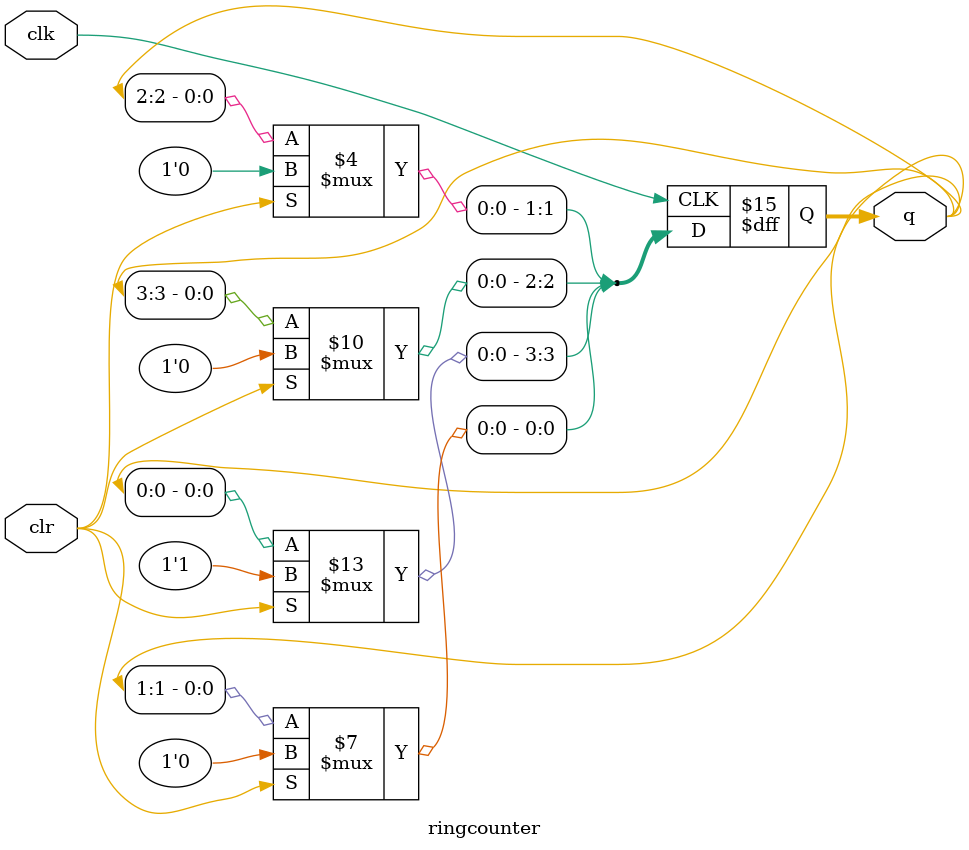
<source format=v>
`timescale 1ns / 1ps

module ringcounter(q,clk,clr);
input clr;
input clk;
output reg [3:0] q;

always@(posedge clk)
    if(clr==1)
        q <= 4'b1000;
    else
        begin
        q[3] <= q[0];
        q[2] <= q[3];
        q[1] <= q[2];
        q[0] <= q[1];
        end
        
endmodule

</source>
